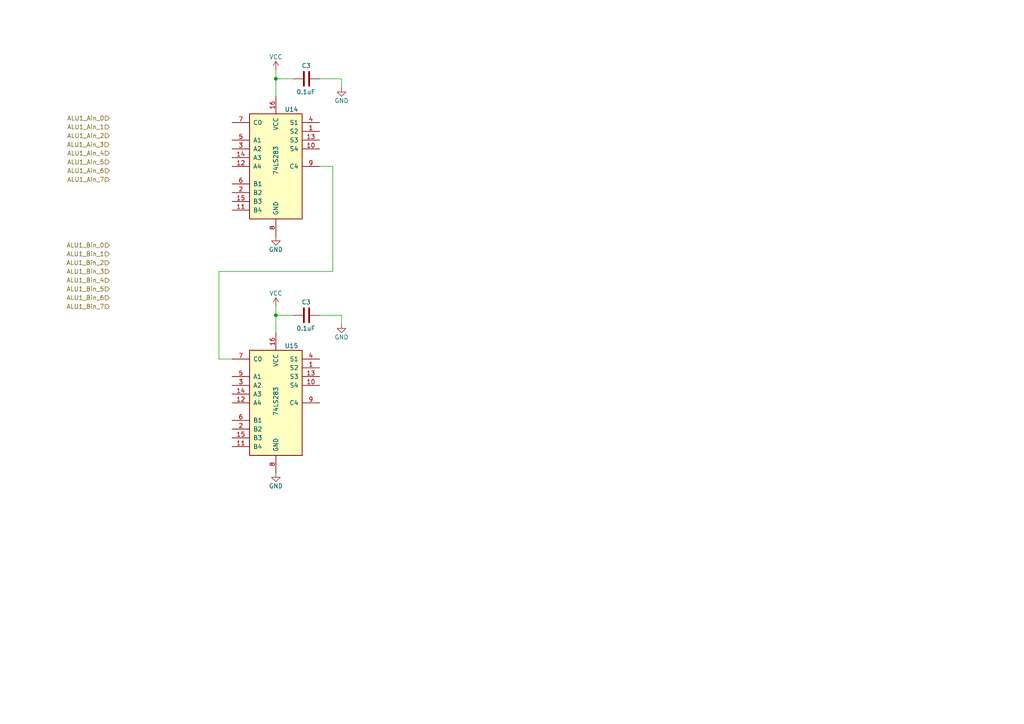
<source format=kicad_sch>
(kicad_sch (version 20230121) (generator eeschema)
  (paper "A4")
  (lib_symbols
    (symbol "74xx:74LS283" (pin_names (offset 1.016))
      (property "Reference" "U" (at -7.62 16.51 0))
      (property "Value" "74LS283" (at -7.62 -16.51 0))
      (symbol "74LS283_1_0"
        (pin output line (at 12.7 10.16 180) (length 5.08) (name "S2") (number "1"))
        (pin output line (at 12.7 5.08 180) (length 5.08) (name "S4") (number "10"))
        (pin input line (at -12.7 -12.7 0) (length 5.08) (name "B4") (number "11"))
        (pin input line (at -12.7 0 0) (length 5.08) (name "A4") (number "12"))
        (pin output line (at 12.7 7.62 180) (length 5.08) (name "S3") (number "13"))
        (pin input line (at -12.7 2.54 0) (length 5.08) (name "A3") (number "14"))
        (pin input line (at -12.7 -10.16 0) (length 5.08) (name "B3") (number "15"))
        (pin power_in line (at 0 20.32 270) (length 5.08) (name "VCC") (number "16"))
        (pin input line (at -12.7 -7.62 0) (length 5.08) (name "B2") (number "2"))
        (pin input line (at -12.7 5.08 0) (length 5.08) (name "A2") (number "3"))
        (pin output line (at 12.7 12.7 180) (length 5.08) (name "S1") (number "4"))
        (pin input line (at -12.7 7.62 0) (length 5.08) (name "A1") (number "5"))
        (pin input line (at -12.7 -5.08 0) (length 5.08) (name "B1") (number "6"))
        (pin input line (at -12.7 12.7 0) (length 5.08) (name "C0") (number "7"))
        (pin power_in line (at 0 -20.32 90) (length 5.08) (name "GND") (number "8"))
        (pin output line (at 12.7 0 180) (length 5.08) (name "C4") (number "9"))
      )
      (symbol "74LS283_1_1"
        (rectangle (start -7.62 15.24) (end 7.62 -15.24) (stroke (width 0.254)) (fill (type background)))
      )
    )
    (symbol "Device:C" (pin_numbers hide) (pin_names (offset 0.254))
      (property "Reference" "C" (at 0.635 2.54 0))
      (property "Value" "C" (at 0.635 -2.54 0))
      (symbol "C_0_1"
        (polyline (pts (xy -2.032 -0.762) (xy 2.032 -0.762)) (stroke (width 0.508)))
        (polyline (pts (xy -2.032 0.762) (xy 2.032 0.762)) (stroke (width 0.508)))
      )
      (symbol "C_1_1"
        (pin passive line (at 0 3.81 270) (length 2.794) (name "~") (number "1"))
        (pin passive line (at 0 -3.81 90) (length 2.794) (name "~") (number "2"))
      )
    )
    (symbol "power:GND" (power) (pin_names (offset 0))
      (property "Value" "GND" (at 0 -3.81 0))
      (symbol "GND_0_1"
        (polyline (pts (xy 0 0) (xy 0 -1.27) (xy 1.27 -1.27) (xy 0 -2.54) (xy -1.27 -1.27) (xy 0 -1.27)))
      )
      (symbol "GND_1_1"
        (pin power_in line (at 0 0 270) (length 0) hide (name "GND") (number "1"))
      )
    )
    (symbol "power:VCC" (power) (pin_names (offset 0))
      (property "Value" "VCC" (at 0 3.81 0))
      (symbol "VCC_0_1"
        (polyline (pts (xy -0.762 1.27) (xy 0 2.54)))
        (polyline (pts (xy 0 0) (xy 0 2.54)))
        (polyline (pts (xy 0 2.54) (xy 0.762 1.27)))
      )
      (symbol "VCC_1_1"
        (pin power_in line (at 0 0 90) (length 0) hide (name "VCC") (number "1"))
      )
    )
  )
  (junction (at 80.01 91.44))
  (junction (at 80.01 22.86))
  (wire (pts (xy 80.01 20.32) (xy 80.01 22.86)))
  (wire (pts (xy 80.01 88.9) (xy 80.01 91.44)))
  (wire (pts (xy 80.01 91.44) (xy 85.09 91.44)))
  (wire (pts (xy 80.01 22.86) (xy 80.01 27.94)))
  (wire (pts (xy 63.5 104.14) (xy 63.5 78.74)))
  (wire (pts (xy 99.06 22.86) (xy 99.06 25.4)))
  (wire (pts (xy 96.52 48.26) (xy 92.71 48.26)))
  (wire (pts (xy 99.06 91.44) (xy 99.06 93.98)))
  (wire (pts (xy 96.52 78.74) (xy 96.52 48.26)))
  (wire (pts (xy 80.01 22.86) (xy 85.09 22.86)))
  (wire (pts (xy 67.31 104.14) (xy 63.5 104.14)))
  (wire (pts (xy 92.71 91.44) (xy 99.06 91.44)))
  (wire (pts (xy 80.01 91.44) (xy 80.01 96.52)))
  (wire (pts (xy 63.5 78.74) (xy 96.52 78.74)))
  (wire (pts (xy 92.71 22.86) (xy 99.06 22.86)))
  (hierarchical_label "ALU1_Bin_6" (shape input) (at 31.75 86.36 180))
  (hierarchical_label "ALU1_Ain_5" (shape input) (at 31.75 46.99 180))
  (hierarchical_label "ALU1_Bin_4" (shape input) (at 31.75 81.28 180))
  (hierarchical_label "ALU1_Bin_7" (shape input) (at 31.75 88.9 180))
  (hierarchical_label "ALU1_Ain_6" (shape input) (at 31.75 49.53 180))
  (hierarchical_label "ALU1_Ain_1" (shape input) (at 31.75 36.83 180))
  (hierarchical_label "ALU1_Ain_2" (shape input) (at 31.75 39.37 180))
  (hierarchical_label "ALU1_Ain_3" (shape input) (at 31.6669 41.9536 180))
  (hierarchical_label "ALU1_Ain_4" (shape input) (at 31.75 44.45 180))
  (hierarchical_label "ALU1_Bin_5" (shape input) (at 31.75 83.82 180))
  (hierarchical_label "ALU1_Bin_2" (shape input) (at 31.7123 76.2019 180))
  (hierarchical_label "ALU1_Ain_7" (shape input) (at 31.75 52.07 180))
  (hierarchical_label "ALU1_Ain_0" (shape input) (at 31.75 34.29 180))
  (hierarchical_label "ALU1_Bin_3" (shape input) (at 31.75 78.74 180))
  (hierarchical_label "ALU1_Bin_1" (shape input) (at 31.75 73.66 180))
  (hierarchical_label "ALU1_Bin_0" (shape input) (at 31.75 71.12 180))
  (symbol (lib_id "power:VCC") (at 80.01 20.32 0) (unit 1)
    (property "Reference" "#PWR011" (effects hide))
    (property "Value" "VCC" (at 80.01 16.51 0))
    (instances (project "8bit_CPU-V0_1" (path "" (reference "#PWR011") (unit 1)) (path "" (reference "#PWR048") (unit 1)) (path "" (reference "#PWR032") (unit 1))))
  )
  (symbol (lib_id "power:VCC") (at 80.01 88.9 0) (unit 1)
    (property "Reference" "#PWR011" (effects hide))
    (property "Value" "VCC" (at 80.01 85.09 0))
    (instances (project "8bit_CPU-V0_1" (path "" (reference "#PWR011") (unit 1)) (path "" (reference "#PWR048") (unit 1)) (path "" (reference "#PWR036") (unit 1))))
  )
  (symbol (lib_id "power:GND") (at 99.06 25.4 0) (unit 1)
    (property "Reference" "#PWR012" (effects hide))
    (property "Value" "GND" (at 99.06 29.21 0))
    (instances (project "8bit_CPU-V0_1" (path "" (reference "#PWR012") (unit 1)) (path "" (reference "#PWR052") (unit 1)) (path "" (reference "#PWR033") (unit 1))))
  )
  (symbol (lib_id "power:GND") (at 80.01 137.16 0) (unit 1)
    (property "Reference" "#PWR012" (effects hide))
    (property "Value" "GND" (at 80.01 140.97 0))
    (instances (project "8bit_CPU-V0_1" (path "" (reference "#PWR012") (unit 1)) (path "" (reference "#PWR052") (unit 1)) (path "" (reference "#PWR040") (unit 1))))
  )
  (symbol (lib_id "Device:C") (at 88.9 22.86 90) (unit 1)
    (property "Reference" "C3" (at 90.17 19.05 90) (effects (justify left)))
    (property "Value" "0.1uF" (at 91.44 26.67 90) (effects (justify left)))
    (instances (project "8bit_CPU-V0_1" (path "" (reference "C3") (unit 1)) (path "" (reference "C10") (unit 1)) (path "" (reference "C14") (unit 1))))
  )
  (symbol (lib_id "power:GND") (at 80.01 68.58 0) (unit 1)
    (property "Reference" "#PWR012" (effects hide))
    (property "Value" "GND" (at 80.01 72.39 0))
    (instances (project "8bit_CPU-V0_1" (path "" (reference "#PWR012") (unit 1)) (path "" (reference "#PWR052") (unit 1)) (path "" (reference "#PWR039") (unit 1))))
  )
  (symbol (lib_id "power:GND") (at 99.06 93.98 0) (unit 1)
    (property "Reference" "#PWR012" (effects hide))
    (property "Value" "GND" (at 99.06 97.79 0))
    (instances (project "8bit_CPU-V0_1" (path "" (reference "#PWR012") (unit 1)) (path "" (reference "#PWR052") (unit 1)) (path "" (reference "#PWR037") (unit 1))))
  )
  (symbol (lib_id "74xx:74LS283") (at 80.01 116.84 0) (unit 1)
    (property "Reference" "U15" (at 82.55 100.33 0) (effects (justify left)))
    (property "Value" "74LS283" (at 80.01 120.65 90) (effects (justify left)))
    (property "Datasheet" "http://www.ti.com/lit/gpn/sn74LS283" (effects hide))
  )
  (symbol (lib_id "Device:C") (at 88.9 91.44 90) (unit 1)
    (property "Reference" "C3" (at 90.17 87.63 90) (effects (justify left)))
    (property "Value" "0.1uF" (at 91.44 95.25 90) (effects (justify left)))
    (instances (project "8bit_CPU-V0_1" (path "" (reference "C3") (unit 1)) (path "" (reference "C10") (unit 1)) (path "" (reference "C15") (unit 1))))
  )
  (symbol (lib_id "74xx:74LS283") (at 80.01 48.26 0) (unit 1)
    (property "Reference" "U14" (at 82.55 31.75 0) (effects (justify left)))
    (property "Value" "74LS283" (at 80.01 50.8 90) (effects (justify left)))
    (property "Datasheet" "http://www.ti.com/lit/gpn/sn74LS283" (effects hide))
  )
)
</source>
